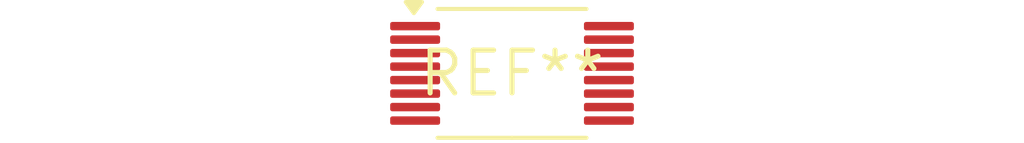
<source format=kicad_pcb>
(kicad_pcb (version 20240108) (generator pcbnew)
  (layers (0 "F.Cu" signal) (31 "B.Cu" signal) (34 "B.Paste" user) (35 "F.Paste" user) (36 "B.SilkS" user "B.Silkscreen") (37 "F.SilkS" user "F.Silkscreen") (38 "B.Mask" user) (39 "F.Mask" user) (44 "Edge.Cuts" user))
  (net 0 "")
  (footprint "TSSOP-16_4.4x3.6mm_P0.4mm" (layer "F.Cu") (at 0 0)
    (property "Reference" "REF**")
    (property "Value" "TSSOP-16_4.4x3.6mm_P0.4mm")
    (fp_line (start 0 -1.91) (end -2.2 -1.91) (layer "F.SilkS") (stroke (width 0.12)))
    (fp_line (start 0 -1.91) (end 2.2 -1.91) (layer "F.SilkS") (stroke (width 0.12)))
    (fp_line (start 0 1.91) (end -2.2 1.91) (layer "F.SilkS") (stroke (width 0.12)))
    (fp_line (start 0 1.91) (end 2.2 1.91) (layer "F.SilkS") (stroke (width 0.12)))
    (fp_poly (pts (xy -2.9 -1.785) (xy -3.14 -2.115) (xy -2.66 -2.115) (xy -2.9 -1.785)) (layer "F.SilkS") (stroke (width 0.12)) (fill solid))
    (pad "1" smd roundrect (at -2.8625 -1.4) (size 1.475 0.25) (layers "F.Cu" "F.Paste" "F.Mask"))
    (pad "2" smd roundrect (at -2.8625 -1) (size 1.475 0.25) (layers "F.Cu" "F.Paste" "F.Mask"))
    (pad "3" smd roundrect (at -2.8625 -0.6) (size 1.475 0.25) (layers "F.Cu" "F.Paste" "F.Mask"))
    (pad "4" smd roundrect (at -2.8625 -0.2) (size 1.475 0.25) (layers "F.Cu" "F.Paste" "F.Mask"))
    (pad "5" smd roundrect (at -2.8625 0.2) (size 1.475 0.25) (layers "F.Cu" "F.Paste" "F.Mask"))
    (pad "6" smd roundrect (at -2.8625 0.6) (size 1.475 0.25) (layers "F.Cu" "F.Paste" "F.Mask"))
    (pad "7" smd roundrect (at -2.8625 1) (size 1.475 0.25) (layers "F.Cu" "F.Paste" "F.Mask"))
    (pad "8" smd roundrect (at -2.8625 1.4) (size 1.475 0.25) (layers "F.Cu" "F.Paste" "F.Mask"))
    (pad "9" smd roundrect (at 2.8625 1.4) (size 1.475 0.25) (layers "F.Cu" "F.Paste" "F.Mask"))
    (pad "10" smd roundrect (at 2.8625 1) (size 1.475 0.25) (layers "F.Cu" "F.Paste" "F.Mask"))
    (pad "11" smd roundrect (at 2.8625 0.6) (size 1.475 0.25) (layers "F.Cu" "F.Paste" "F.Mask"))
    (pad "12" smd roundrect (at 2.8625 0.2) (size 1.475 0.25) (layers "F.Cu" "F.Paste" "F.Mask"))
    (pad "13" smd roundrect (at 2.8625 -0.2) (size 1.475 0.25) (layers "F.Cu" "F.Paste" "F.Mask"))
    (pad "14" smd roundrect (at 2.8625 -0.6) (size 1.475 0.25) (layers "F.Cu" "F.Paste" "F.Mask"))
    (pad "15" smd roundrect (at 2.8625 -1) (size 1.475 0.25) (layers "F.Cu" "F.Paste" "F.Mask"))
    (pad "16" smd roundrect (at 2.8625 -1.4) (size 1.475 0.25) (layers "F.Cu" "F.Paste" "F.Mask"))
  )
)
</source>
